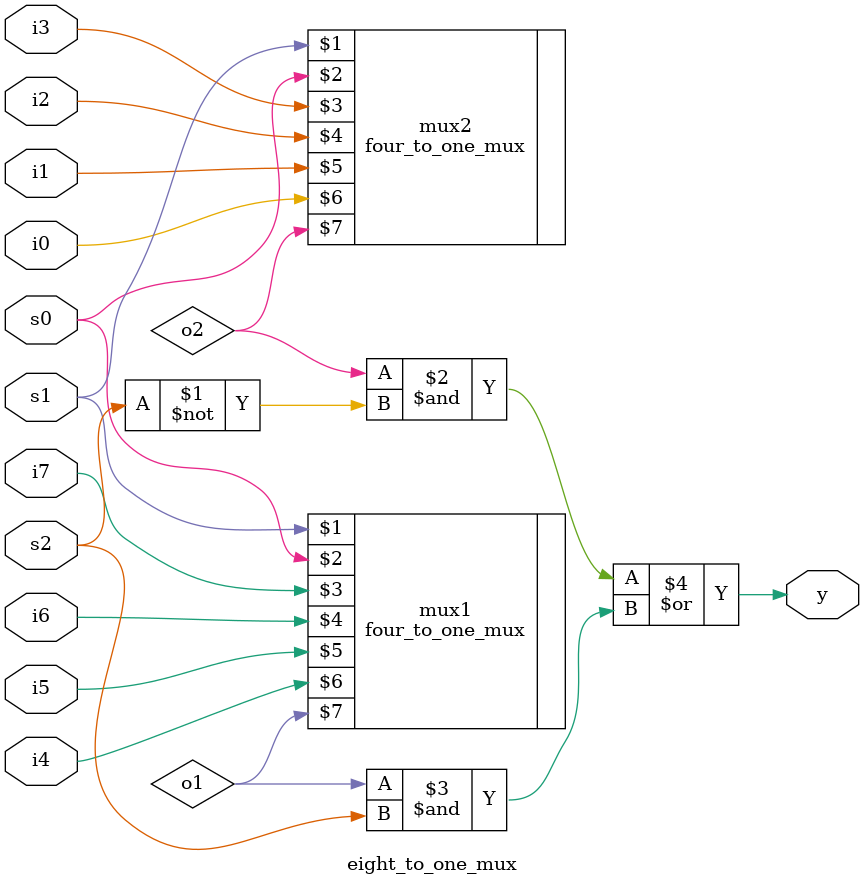
<source format=sv>
`timescale 1ns / 1ps
module eight_to_one_mux(
    input logic s2, s1, s0,
    input logic i7, i6, i5, i4, i3, i2, i1, i0,
    output logic y
);
    logic o1, o2;
    four_to_one_mux mux1(s1, s0, i7, i6, i5, i4, o1);
    four_to_one_mux mux2(s1, s0, i3, i2, i1, i0, o2);
    assign y = (o2 & ~s2) | (o1 & s2);
endmodule
</source>
